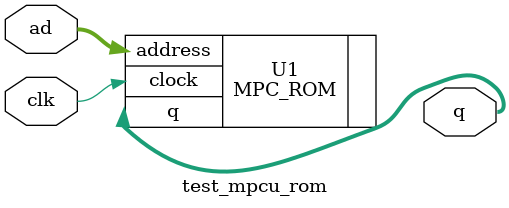
<source format=v>
module test_mpcu_rom(clk,ad,q);
input clk;
input 	[4:0] ad;
output [23:0] q;

MPC_ROM U1(
	.address(ad[4:0]),
	.clock(clk),
	.q(q[23:0]));

endmodule 
</source>
